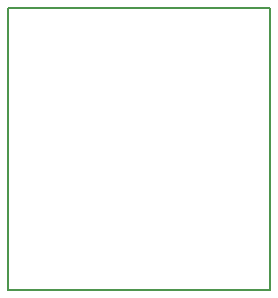
<source format=gbr>
G04 #@! TF.GenerationSoftware,KiCad,Pcbnew,(5.0.1)-3*
G04 #@! TF.CreationDate,2019-03-05T12:35:37-07:00*
G04 #@! TF.ProjectId,BatteryPowerLevel,42617474657279506F7765724C657665,rev?*
G04 #@! TF.SameCoordinates,Original*
G04 #@! TF.FileFunction,Profile,NP*
%FSLAX46Y46*%
G04 Gerber Fmt 4.6, Leading zero omitted, Abs format (unit mm)*
G04 Created by KiCad (PCBNEW (5.0.1)-3) date 2019-03-05 12:35:37 PM*
%MOMM*%
%LPD*%
G01*
G04 APERTURE LIST*
%ADD10C,0.200000*%
G04 APERTURE END LIST*
D10*
X153797000Y-81915000D02*
X153797000Y-82296000D01*
X149098000Y-81915000D02*
X153797000Y-81915000D01*
X153797000Y-105791000D02*
X153797000Y-82042000D01*
X131572000Y-105791000D02*
X153797000Y-105791000D01*
X131572000Y-81915000D02*
X131572000Y-83058000D01*
X149098000Y-81915000D02*
X131572000Y-81915000D01*
X131572000Y-82804000D02*
X131572000Y-105791000D01*
M02*

</source>
